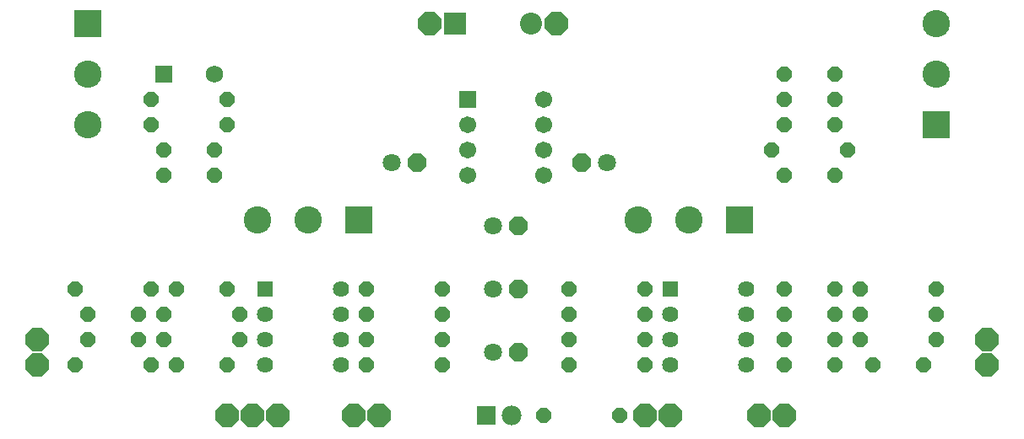
<source format=gbr>
G04 EAGLE Gerber RS-274X export*
G75*
%MOMM*%
%FSLAX34Y34*%
%LPD*%
%INSoldermask Bottom*%
%IPPOS*%
%AMOC8*
5,1,8,0,0,1.08239X$1,22.5*%
G01*
%ADD10P,2.556822X8X22.500000*%
%ADD11P,1.649562X8X22.500000*%
%ADD12P,1.649562X8X202.500000*%
%ADD13P,1.951982X8X22.500000*%
%ADD14C,1.803400*%
%ADD15P,1.951982X8X202.500000*%
%ADD16C,2.203200*%
%ADD17R,2.203200X2.203200*%
%ADD18C,1.981200*%
%ADD19R,1.981200X1.981200*%
%ADD20R,1.727200X1.727200*%
%ADD21C,1.727200*%
%ADD22R,2.743200X2.743200*%
%ADD23C,2.743200*%
%ADD24R,1.625600X1.625600*%
%ADD25C,1.625600*%
%ADD26R,1.701800X1.701800*%
%ADD27C,1.701800*%


D10*
X419100Y469900D03*
D11*
X165100Y127000D03*
X215900Y127000D03*
X774700Y419100D03*
X825500Y419100D03*
X774700Y368300D03*
X825500Y368300D03*
X774700Y393700D03*
X825500Y393700D03*
D12*
X825500Y203200D03*
X774700Y203200D03*
D11*
X774700Y317500D03*
X825500Y317500D03*
D13*
X508000Y266700D03*
D14*
X482600Y266700D03*
D13*
X406400Y330200D03*
D14*
X381000Y330200D03*
D15*
X571500Y330200D03*
D14*
X596900Y330200D03*
D11*
X76200Y152400D03*
X127000Y152400D03*
X76200Y177800D03*
X127000Y177800D03*
X165100Y203200D03*
X215900Y203200D03*
X863600Y127000D03*
X914400Y127000D03*
X152400Y317500D03*
X203200Y317500D03*
D13*
X508000Y139700D03*
D14*
X482600Y139700D03*
D12*
X825500Y127000D03*
X774700Y127000D03*
D13*
X508000Y203200D03*
D14*
X482600Y203200D03*
D12*
X825500Y152400D03*
X774700Y152400D03*
D11*
X774700Y177800D03*
X825500Y177800D03*
D12*
X203200Y342900D03*
X152400Y342900D03*
D16*
X520700Y469900D03*
D17*
X444500Y469900D03*
D18*
X501650Y76200D03*
D19*
X476250Y76200D03*
D20*
X152400Y419100D03*
D21*
X203200Y419100D03*
D22*
X76200Y469900D03*
D23*
X76200Y419100D03*
X76200Y368300D03*
D10*
X546100Y469900D03*
X25400Y152400D03*
X977900Y152400D03*
D24*
X660400Y203200D03*
D25*
X660400Y177800D03*
X736600Y177800D03*
X736600Y203200D03*
X660400Y152400D03*
X660400Y127000D03*
X736600Y152400D03*
X736600Y127000D03*
D24*
X254000Y203200D03*
D25*
X254000Y177800D03*
X330200Y177800D03*
X330200Y203200D03*
X254000Y152400D03*
X254000Y127000D03*
X330200Y152400D03*
X330200Y127000D03*
D10*
X25400Y127000D03*
D22*
X730250Y273050D03*
D23*
X679450Y273050D03*
X628650Y273050D03*
D10*
X977900Y127000D03*
D12*
X139700Y127000D03*
X63500Y127000D03*
D11*
X558800Y177800D03*
X635000Y177800D03*
D12*
X635000Y203200D03*
X558800Y203200D03*
D11*
X139700Y368300D03*
X215900Y368300D03*
X762000Y342900D03*
X838200Y342900D03*
X139700Y393700D03*
X215900Y393700D03*
X850900Y177800D03*
X927100Y177800D03*
X850900Y203200D03*
X927100Y203200D03*
X533400Y76200D03*
X609600Y76200D03*
D12*
X139700Y203200D03*
X63500Y203200D03*
X228600Y152400D03*
X152400Y152400D03*
D11*
X850900Y152400D03*
X927100Y152400D03*
X152400Y177800D03*
X228600Y177800D03*
D12*
X431800Y203200D03*
X355600Y203200D03*
D11*
X355600Y177800D03*
X431800Y177800D03*
X355600Y152400D03*
X431800Y152400D03*
X355600Y127000D03*
X431800Y127000D03*
D12*
X635000Y127000D03*
X558800Y127000D03*
D11*
X558800Y152400D03*
X635000Y152400D03*
D10*
X749300Y76200D03*
X774700Y76200D03*
X368300Y76200D03*
X342900Y76200D03*
X215900Y76200D03*
X241300Y76200D03*
X266700Y76200D03*
X635000Y76200D03*
X660400Y76200D03*
D22*
X347980Y273050D03*
D23*
X297180Y273050D03*
X246380Y273050D03*
D26*
X457200Y393700D03*
D27*
X457200Y368300D03*
X457200Y342900D03*
X457200Y317500D03*
X533400Y317500D03*
X533400Y342900D03*
X533400Y368300D03*
X533400Y393700D03*
D22*
X927100Y368300D03*
D23*
X927100Y419100D03*
X927100Y469900D03*
M02*

</source>
